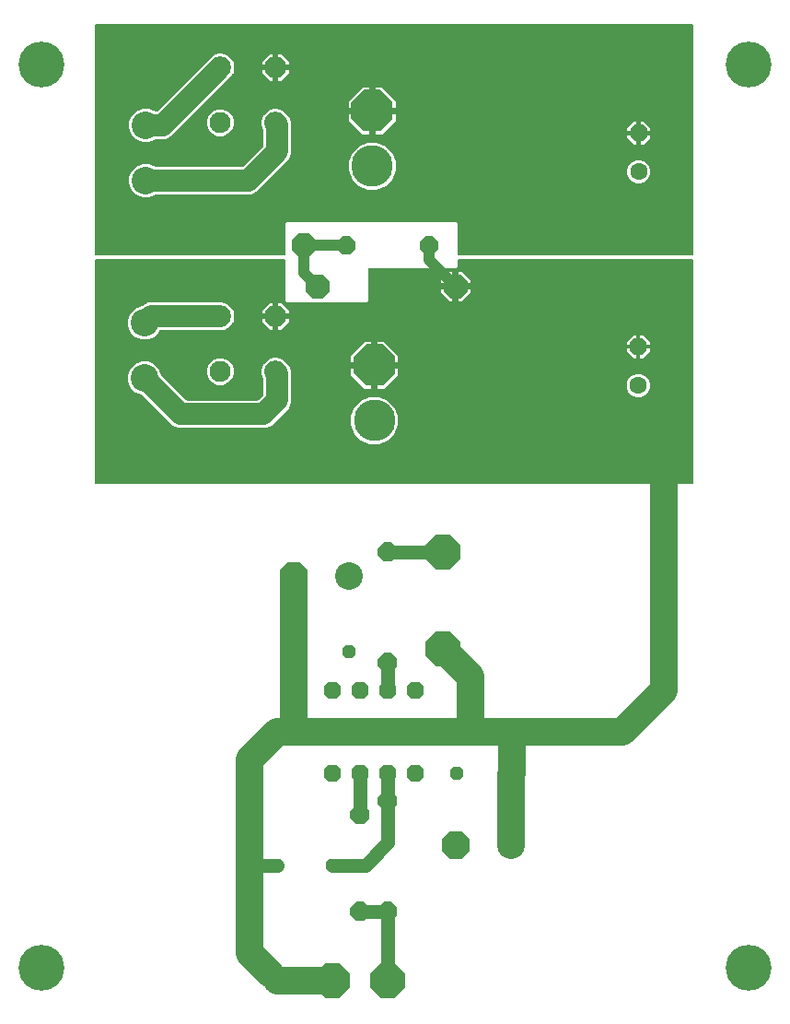
<source format=gbr>
G04 EAGLE Gerber X2 export*
%TF.Part,Single*%
%TF.FileFunction,Copper,L2,Bot,Mixed*%
%TF.FilePolarity,Positive*%
%TF.GenerationSoftware,Autodesk,EAGLE,9.0.1*%
%TF.CreationDate,2018-08-29T03:15:35Z*%
G75*
%MOMM*%
%FSLAX34Y34*%
%LPD*%
%AMOC8*
5,1,8,0,0,1.08239X$1,22.5*%
G01*
%ADD10C,3.810000*%
%ADD11P,4.123906X8X112.500000*%
%ADD12P,1.732040X8X112.500000*%
%ADD13C,1.600200*%
%ADD14C,2.540000*%
%ADD15C,1.930400*%
%ADD16P,2.089446X8X112.500000*%
%ADD17P,2.364373X8X22.500000*%
%ADD18P,1.814519X8X202.500000*%
%ADD19P,2.336880X8X292.500000*%
%ADD20P,1.732040X8X22.500000*%
%ADD21P,1.924489X8X292.500000*%
%ADD22P,1.924489X8X202.500000*%
%ADD23P,3.409096X8X22.500000*%
%ADD24P,1.319650X8X22.500000*%
%ADD25P,2.749271X8X202.500000*%
%ADD26P,1.319650X8X202.500000*%
%ADD27C,2.000000*%
%ADD28C,4.216000*%
%ADD29C,0.904800*%
%ADD30C,1.016000*%
%ADD31C,1.270000*%
%ADD32C,2.540000*%

G36*
X272695Y704435D02*
X272695Y704435D01*
X272721Y704433D01*
X272868Y704455D01*
X273015Y704472D01*
X273040Y704480D01*
X273066Y704484D01*
X273204Y704539D01*
X273343Y704589D01*
X273365Y704603D01*
X273390Y704613D01*
X273511Y704697D01*
X273636Y704778D01*
X273654Y704797D01*
X273676Y704812D01*
X273775Y704922D01*
X273878Y705029D01*
X273892Y705051D01*
X273909Y705071D01*
X273981Y705201D01*
X274057Y705328D01*
X274065Y705353D01*
X274078Y705376D01*
X274118Y705519D01*
X274163Y705660D01*
X274165Y705686D01*
X274173Y705711D01*
X274192Y705955D01*
X274192Y734267D01*
X275383Y735458D01*
X431367Y735458D01*
X432558Y734267D01*
X432558Y705955D01*
X432561Y705929D01*
X432559Y705903D01*
X432581Y705756D01*
X432598Y705609D01*
X432606Y705584D01*
X432610Y705558D01*
X432665Y705420D01*
X432715Y705281D01*
X432729Y705259D01*
X432739Y705234D01*
X432824Y705113D01*
X432904Y704988D01*
X432923Y704970D01*
X432938Y704948D01*
X433048Y704849D01*
X433155Y704746D01*
X433177Y704732D01*
X433197Y704715D01*
X433327Y704643D01*
X433454Y704567D01*
X433479Y704559D01*
X433502Y704546D01*
X433645Y704506D01*
X433786Y704461D01*
X433812Y704458D01*
X433837Y704451D01*
X434081Y704432D01*
X647924Y704432D01*
X647950Y704435D01*
X647976Y704433D01*
X648123Y704455D01*
X648270Y704472D01*
X648294Y704480D01*
X648320Y704484D01*
X648458Y704539D01*
X648598Y704589D01*
X648620Y704603D01*
X648644Y704613D01*
X648766Y704697D01*
X648891Y704778D01*
X648909Y704797D01*
X648930Y704812D01*
X649030Y704922D01*
X649133Y705029D01*
X649146Y705051D01*
X649164Y705071D01*
X649236Y705201D01*
X649312Y705328D01*
X649320Y705353D01*
X649332Y705376D01*
X649373Y705519D01*
X649418Y705660D01*
X649420Y705686D01*
X649427Y705711D01*
X649447Y705955D01*
X649447Y915505D01*
X649444Y915531D01*
X649446Y915557D01*
X649424Y915704D01*
X649407Y915851D01*
X649398Y915876D01*
X649394Y915902D01*
X649339Y916040D01*
X649289Y916179D01*
X649275Y916201D01*
X649266Y916226D01*
X649181Y916347D01*
X649100Y916472D01*
X649082Y916490D01*
X649067Y916512D01*
X648957Y916611D01*
X648850Y916714D01*
X648827Y916728D01*
X648808Y916745D01*
X648678Y916817D01*
X648551Y916893D01*
X648526Y916901D01*
X648503Y916914D01*
X648360Y916954D01*
X648219Y916999D01*
X648193Y917001D01*
X648167Y917009D01*
X647924Y917028D01*
X99924Y917028D01*
X99897Y917025D01*
X99871Y917027D01*
X99725Y917005D01*
X99577Y916988D01*
X99553Y916979D01*
X99527Y916976D01*
X99389Y916921D01*
X99249Y916871D01*
X99227Y916857D01*
X99203Y916847D01*
X99081Y916762D01*
X98956Y916682D01*
X98938Y916663D01*
X98917Y916648D01*
X98818Y916538D01*
X98714Y916431D01*
X98701Y916409D01*
X98683Y916389D01*
X98612Y916259D01*
X98535Y916132D01*
X98527Y916107D01*
X98515Y916084D01*
X98474Y915941D01*
X98429Y915800D01*
X98427Y915774D01*
X98420Y915749D01*
X98400Y915505D01*
X98400Y705955D01*
X98403Y705929D01*
X98401Y705903D01*
X98423Y705756D01*
X98440Y705609D01*
X98449Y705584D01*
X98453Y705558D01*
X98508Y705420D01*
X98558Y705281D01*
X98572Y705259D01*
X98582Y705234D01*
X98666Y705113D01*
X98747Y704988D01*
X98766Y704970D01*
X98781Y704948D01*
X98890Y704849D01*
X98997Y704746D01*
X99020Y704732D01*
X99039Y704715D01*
X99169Y704643D01*
X99296Y704567D01*
X99321Y704559D01*
X99344Y704546D01*
X99487Y704506D01*
X99628Y704461D01*
X99655Y704458D01*
X99680Y704451D01*
X99924Y704432D01*
X272669Y704432D01*
X272695Y704435D01*
G37*
G36*
X647950Y494885D02*
X647950Y494885D01*
X647976Y494883D01*
X648123Y494905D01*
X648270Y494922D01*
X648294Y494930D01*
X648320Y494934D01*
X648458Y494989D01*
X648598Y495039D01*
X648620Y495053D01*
X648644Y495063D01*
X648766Y495147D01*
X648891Y495228D01*
X648909Y495247D01*
X648930Y495262D01*
X649030Y495372D01*
X649133Y495479D01*
X649146Y495501D01*
X649164Y495521D01*
X649236Y495651D01*
X649312Y495778D01*
X649320Y495803D01*
X649332Y495826D01*
X649373Y495969D01*
X649418Y496110D01*
X649420Y496136D01*
X649427Y496161D01*
X649447Y496405D01*
X649447Y699605D01*
X649444Y699631D01*
X649446Y699657D01*
X649424Y699804D01*
X649407Y699951D01*
X649398Y699976D01*
X649394Y700002D01*
X649339Y700140D01*
X649289Y700279D01*
X649275Y700301D01*
X649266Y700326D01*
X649181Y700447D01*
X649100Y700572D01*
X649082Y700590D01*
X649067Y700612D01*
X648957Y700711D01*
X648850Y700814D01*
X648827Y700828D01*
X648808Y700845D01*
X648678Y700917D01*
X648551Y700993D01*
X648526Y701001D01*
X648503Y701014D01*
X648360Y701054D01*
X648219Y701099D01*
X648193Y701101D01*
X648167Y701109D01*
X647924Y701128D01*
X434081Y701128D01*
X434055Y701125D01*
X434029Y701127D01*
X433882Y701105D01*
X433735Y701088D01*
X433710Y701079D01*
X433684Y701076D01*
X433546Y701021D01*
X433407Y700971D01*
X433385Y700957D01*
X433360Y700947D01*
X433239Y700862D01*
X433114Y700782D01*
X433096Y700763D01*
X433074Y700748D01*
X432975Y700638D01*
X432872Y700531D01*
X432858Y700509D01*
X432841Y700489D01*
X432769Y700359D01*
X432693Y700232D01*
X432685Y700207D01*
X432672Y700184D01*
X432632Y700041D01*
X432587Y699900D01*
X432585Y699874D01*
X432577Y699849D01*
X432558Y699605D01*
X432558Y694483D01*
X431367Y693292D01*
X351531Y693292D01*
X351505Y693289D01*
X351479Y693291D01*
X351332Y693269D01*
X351185Y693252D01*
X351160Y693244D01*
X351134Y693240D01*
X350996Y693185D01*
X350857Y693135D01*
X350835Y693121D01*
X350810Y693111D01*
X350689Y693026D01*
X350564Y692946D01*
X350546Y692927D01*
X350524Y692912D01*
X350425Y692802D01*
X350322Y692695D01*
X350308Y692673D01*
X350291Y692653D01*
X350219Y692523D01*
X350143Y692396D01*
X350135Y692371D01*
X350122Y692348D01*
X350082Y692205D01*
X350037Y692064D01*
X350035Y692038D01*
X350027Y692013D01*
X350008Y691769D01*
X350008Y662733D01*
X348817Y661542D01*
X275383Y661542D01*
X274192Y662733D01*
X274192Y699605D01*
X274189Y699631D01*
X274191Y699657D01*
X274169Y699804D01*
X274152Y699951D01*
X274144Y699976D01*
X274140Y700002D01*
X274085Y700140D01*
X274035Y700279D01*
X274021Y700301D01*
X274011Y700326D01*
X273926Y700447D01*
X273846Y700572D01*
X273827Y700590D01*
X273812Y700612D01*
X273702Y700711D01*
X273595Y700814D01*
X273573Y700828D01*
X273553Y700845D01*
X273423Y700917D01*
X273296Y700993D01*
X273271Y701001D01*
X273248Y701014D01*
X273105Y701054D01*
X272964Y701099D01*
X272938Y701101D01*
X272913Y701109D01*
X272669Y701128D01*
X99924Y701128D01*
X99897Y701125D01*
X99871Y701127D01*
X99725Y701105D01*
X99577Y701088D01*
X99553Y701079D01*
X99527Y701076D01*
X99389Y701021D01*
X99249Y700971D01*
X99227Y700957D01*
X99203Y700947D01*
X99081Y700862D01*
X98956Y700782D01*
X98938Y700763D01*
X98917Y700748D01*
X98818Y700638D01*
X98714Y700531D01*
X98701Y700509D01*
X98683Y700489D01*
X98612Y700359D01*
X98535Y700232D01*
X98527Y700207D01*
X98515Y700184D01*
X98474Y700041D01*
X98429Y699900D01*
X98427Y699874D01*
X98420Y699849D01*
X98400Y699605D01*
X98400Y496405D01*
X98403Y496379D01*
X98401Y496353D01*
X98423Y496206D01*
X98440Y496059D01*
X98449Y496034D01*
X98453Y496008D01*
X98508Y495870D01*
X98558Y495731D01*
X98572Y495709D01*
X98582Y495684D01*
X98666Y495563D01*
X98747Y495438D01*
X98766Y495420D01*
X98781Y495398D01*
X98890Y495299D01*
X98997Y495196D01*
X99020Y495182D01*
X99039Y495165D01*
X99169Y495093D01*
X99296Y495017D01*
X99321Y495009D01*
X99344Y494996D01*
X99487Y494956D01*
X99628Y494911D01*
X99655Y494908D01*
X99680Y494901D01*
X99924Y494882D01*
X647924Y494882D01*
X647950Y494885D01*
G37*
%LPC*%
G36*
X175306Y546259D02*
X175306Y546259D01*
X170696Y548169D01*
X142686Y576179D01*
X142587Y576258D01*
X142493Y576342D01*
X142451Y576366D01*
X142413Y576396D01*
X142299Y576450D01*
X142188Y576511D01*
X142141Y576524D01*
X142098Y576545D01*
X141974Y576571D01*
X141852Y576606D01*
X141792Y576610D01*
X141757Y576618D01*
X141709Y576617D01*
X141609Y576625D01*
X141592Y576625D01*
X135990Y578945D01*
X131703Y583233D01*
X129383Y588834D01*
X129383Y594897D01*
X131703Y600499D01*
X135990Y604786D01*
X141592Y607107D01*
X147655Y607107D01*
X153257Y604786D01*
X157544Y600499D01*
X159888Y594839D01*
X159899Y594804D01*
X159904Y594756D01*
X159947Y594637D01*
X159982Y594515D01*
X160005Y594473D01*
X160022Y594428D01*
X160090Y594321D01*
X160152Y594211D01*
X160191Y594165D01*
X160211Y594135D01*
X160245Y594101D01*
X160310Y594025D01*
X182548Y571787D01*
X182647Y571708D01*
X182741Y571624D01*
X182784Y571600D01*
X182821Y571570D01*
X182936Y571516D01*
X183046Y571455D01*
X183093Y571442D01*
X183136Y571421D01*
X183260Y571395D01*
X183382Y571360D01*
X183442Y571355D01*
X183477Y571348D01*
X183525Y571349D01*
X183625Y571341D01*
X248175Y571341D01*
X248300Y571355D01*
X248426Y571362D01*
X248473Y571375D01*
X248521Y571381D01*
X248640Y571423D01*
X248761Y571458D01*
X248803Y571482D01*
X248849Y571498D01*
X248955Y571567D01*
X249065Y571628D01*
X249112Y571668D01*
X249142Y571687D01*
X249175Y571722D01*
X249252Y571787D01*
X253713Y576248D01*
X253792Y576347D01*
X253876Y576441D01*
X253900Y576484D01*
X253930Y576521D01*
X253984Y576636D01*
X254045Y576746D01*
X254058Y576793D01*
X254079Y576836D01*
X254105Y576960D01*
X254140Y577082D01*
X254145Y577142D01*
X254152Y577177D01*
X254151Y577225D01*
X254159Y577325D01*
X254159Y590995D01*
X254145Y591121D01*
X254138Y591247D01*
X254125Y591293D01*
X254119Y591341D01*
X254077Y591460D01*
X254042Y591582D01*
X254018Y591624D01*
X254002Y591670D01*
X253933Y591776D01*
X253872Y591886D01*
X253832Y591932D01*
X253813Y591962D01*
X253778Y591996D01*
X253713Y592072D01*
X252831Y592955D01*
X252831Y594367D01*
X252831Y594369D01*
X252831Y594371D01*
X252810Y594547D01*
X252791Y594713D01*
X252790Y594715D01*
X252790Y594717D01*
X252715Y594950D01*
X252483Y595510D01*
X252483Y600499D01*
X252715Y601060D01*
X252715Y601062D01*
X252716Y601063D01*
X252763Y601228D01*
X252811Y601395D01*
X252811Y601397D01*
X252811Y601399D01*
X252831Y601643D01*
X252831Y603055D01*
X253830Y604054D01*
X253831Y604056D01*
X253833Y604057D01*
X253938Y604191D01*
X254046Y604327D01*
X254047Y604329D01*
X254049Y604331D01*
X254160Y604548D01*
X254392Y605109D01*
X257920Y608636D01*
X258480Y608868D01*
X258482Y608869D01*
X258484Y608870D01*
X258635Y608954D01*
X258785Y609038D01*
X258786Y609039D01*
X258788Y609040D01*
X258974Y609199D01*
X259973Y610198D01*
X261386Y610198D01*
X261388Y610198D01*
X261390Y610198D01*
X261566Y610218D01*
X261732Y610238D01*
X261734Y610238D01*
X261736Y610238D01*
X261969Y610314D01*
X262529Y610546D01*
X267518Y610546D01*
X268078Y610314D01*
X268080Y610313D01*
X268082Y610312D01*
X268247Y610265D01*
X268413Y610218D01*
X268416Y610218D01*
X268417Y610217D01*
X268661Y610198D01*
X270074Y610198D01*
X271073Y609199D01*
X271075Y609197D01*
X271076Y609196D01*
X271209Y609090D01*
X271346Y608982D01*
X271348Y608981D01*
X271349Y608980D01*
X271567Y608868D01*
X272127Y608636D01*
X277331Y603432D01*
X279241Y598823D01*
X279241Y569006D01*
X277331Y564396D01*
X261104Y548169D01*
X256494Y546259D01*
X175306Y546259D01*
G37*
%LPD*%
%LPC*%
G36*
X142608Y758235D02*
X142608Y758235D01*
X137006Y760555D01*
X132719Y764843D01*
X130399Y770444D01*
X130399Y776507D01*
X132719Y782109D01*
X137006Y786396D01*
X142608Y788717D01*
X148671Y788717D01*
X154308Y786382D01*
X154399Y786300D01*
X154442Y786276D01*
X154479Y786246D01*
X154594Y786192D01*
X154704Y786131D01*
X154751Y786118D01*
X154794Y786097D01*
X154918Y786071D01*
X155040Y786036D01*
X155100Y786031D01*
X155135Y786024D01*
X155183Y786025D01*
X155283Y786017D01*
X234250Y786017D01*
X234376Y786031D01*
X234502Y786038D01*
X234549Y786051D01*
X234597Y786057D01*
X234716Y786099D01*
X234837Y786134D01*
X234879Y786158D01*
X234925Y786174D01*
X235031Y786243D01*
X235141Y786304D01*
X235188Y786344D01*
X235218Y786363D01*
X235251Y786398D01*
X235328Y786463D01*
X253713Y804848D01*
X253792Y804947D01*
X253876Y805041D01*
X253900Y805084D01*
X253930Y805121D01*
X253984Y805236D01*
X254045Y805346D01*
X254058Y805393D01*
X254079Y805436D01*
X254105Y805560D01*
X254140Y805682D01*
X254145Y805742D01*
X254152Y805777D01*
X254151Y805825D01*
X254159Y805925D01*
X254159Y819595D01*
X254145Y819721D01*
X254138Y819847D01*
X254125Y819893D01*
X254119Y819941D01*
X254077Y820060D01*
X254042Y820182D01*
X254018Y820224D01*
X254002Y820269D01*
X253933Y820376D01*
X253872Y820486D01*
X253832Y820532D01*
X253813Y820562D01*
X253778Y820596D01*
X253713Y820672D01*
X252831Y821555D01*
X252831Y822967D01*
X252831Y822969D01*
X252831Y822971D01*
X252811Y823142D01*
X252791Y823313D01*
X252790Y823315D01*
X252790Y823317D01*
X252715Y823550D01*
X252483Y824110D01*
X252483Y829099D01*
X252715Y829660D01*
X252715Y829662D01*
X252716Y829663D01*
X252764Y829831D01*
X252811Y829995D01*
X252811Y829997D01*
X252811Y829999D01*
X252831Y830243D01*
X252831Y831655D01*
X253830Y832654D01*
X253831Y832656D01*
X253833Y832657D01*
X253940Y832794D01*
X254046Y832927D01*
X254047Y832929D01*
X254049Y832931D01*
X254160Y833148D01*
X254392Y833709D01*
X257920Y837236D01*
X258480Y837468D01*
X258482Y837469D01*
X258484Y837470D01*
X258634Y837554D01*
X258785Y837638D01*
X258786Y837639D01*
X258788Y837640D01*
X258974Y837799D01*
X259973Y838798D01*
X261386Y838798D01*
X261388Y838798D01*
X261390Y838798D01*
X261561Y838818D01*
X261732Y838838D01*
X261734Y838838D01*
X261736Y838838D01*
X261969Y838914D01*
X262529Y839146D01*
X267518Y839146D01*
X268078Y838914D01*
X268080Y838913D01*
X268082Y838912D01*
X268249Y838865D01*
X268413Y838818D01*
X268415Y838818D01*
X268417Y838817D01*
X268661Y838798D01*
X270074Y838798D01*
X271073Y837799D01*
X271075Y837797D01*
X271076Y837796D01*
X271212Y837688D01*
X271346Y837582D01*
X271348Y837581D01*
X271349Y837580D01*
X271567Y837468D01*
X272127Y837236D01*
X277331Y832032D01*
X279241Y827423D01*
X279241Y797606D01*
X277331Y792996D01*
X247180Y762844D01*
X242570Y760935D01*
X155283Y760935D01*
X155158Y760921D01*
X155032Y760914D01*
X154985Y760901D01*
X154937Y760895D01*
X154818Y760853D01*
X154697Y760818D01*
X154655Y760794D01*
X154609Y760778D01*
X154503Y760709D01*
X154393Y760648D01*
X154346Y760608D01*
X154316Y760589D01*
X154292Y760563D01*
X148671Y758235D01*
X142608Y758235D01*
G37*
%LPD*%
%LPC*%
G36*
X142608Y809035D02*
X142608Y809035D01*
X137006Y811355D01*
X132719Y815643D01*
X130399Y821244D01*
X130399Y827307D01*
X132719Y832909D01*
X137006Y837196D01*
X142608Y839517D01*
X148671Y839517D01*
X154306Y837183D01*
X154356Y837145D01*
X154472Y837053D01*
X154496Y837042D01*
X154517Y837027D01*
X154653Y836968D01*
X154787Y836904D01*
X154813Y836899D01*
X154837Y836889D01*
X154983Y836862D01*
X155128Y836831D01*
X155154Y836831D01*
X155180Y836827D01*
X155328Y836834D01*
X155476Y836837D01*
X155502Y836843D01*
X155528Y836845D01*
X155670Y836886D01*
X155814Y836922D01*
X155838Y836934D01*
X155863Y836941D01*
X155992Y837014D01*
X156124Y837082D01*
X156144Y837099D01*
X156167Y837111D01*
X156353Y837270D01*
X207120Y888036D01*
X207680Y888268D01*
X207682Y888269D01*
X207684Y888270D01*
X207835Y888354D01*
X207985Y888438D01*
X207986Y888439D01*
X207988Y888440D01*
X208174Y888599D01*
X209173Y889598D01*
X210586Y889598D01*
X210588Y889598D01*
X210590Y889598D01*
X210761Y889618D01*
X210932Y889638D01*
X210934Y889638D01*
X210936Y889638D01*
X211169Y889714D01*
X211729Y889946D01*
X216718Y889946D01*
X217278Y889714D01*
X217280Y889713D01*
X217282Y889712D01*
X217449Y889665D01*
X217613Y889618D01*
X217615Y889618D01*
X217617Y889617D01*
X217861Y889598D01*
X219274Y889598D01*
X220273Y888599D01*
X220275Y888597D01*
X220276Y888596D01*
X220409Y888490D01*
X220546Y888382D01*
X220548Y888381D01*
X220549Y888380D01*
X220767Y888268D01*
X221327Y888036D01*
X224855Y884509D01*
X225087Y883948D01*
X225088Y883947D01*
X225089Y883945D01*
X225173Y883794D01*
X225256Y883644D01*
X225258Y883642D01*
X225259Y883640D01*
X225417Y883454D01*
X226416Y882455D01*
X226416Y881043D01*
X226417Y881041D01*
X226416Y881038D01*
X226436Y880868D01*
X226456Y880696D01*
X226457Y880694D01*
X226457Y880692D01*
X226532Y880460D01*
X226764Y879899D01*
X226764Y874910D01*
X226532Y874350D01*
X226532Y874348D01*
X226531Y874346D01*
X226483Y874179D01*
X226437Y874015D01*
X226437Y874013D01*
X226436Y874011D01*
X226416Y873767D01*
X226416Y872355D01*
X225417Y871356D01*
X225416Y871354D01*
X225414Y871353D01*
X225309Y871219D01*
X225201Y871083D01*
X225200Y871081D01*
X225199Y871079D01*
X225087Y870861D01*
X224855Y870301D01*
X168198Y813644D01*
X163589Y811735D01*
X155283Y811735D01*
X155158Y811721D01*
X155032Y811714D01*
X154985Y811701D01*
X154937Y811695D01*
X154818Y811653D01*
X154697Y811618D01*
X154655Y811594D01*
X154609Y811578D01*
X154503Y811509D01*
X154393Y811448D01*
X154346Y811408D01*
X154316Y811389D01*
X154292Y811363D01*
X148671Y809035D01*
X142608Y809035D01*
G37*
%LPD*%
%LPC*%
G36*
X141592Y627425D02*
X141592Y627425D01*
X135990Y629745D01*
X131703Y634033D01*
X129383Y639634D01*
X129383Y645697D01*
X131703Y651299D01*
X135990Y655586D01*
X141627Y657921D01*
X141750Y657928D01*
X141796Y657941D01*
X141844Y657947D01*
X141963Y657989D01*
X142085Y658024D01*
X142127Y658048D01*
X142172Y658064D01*
X142279Y658133D01*
X142389Y658194D01*
X142435Y658234D01*
X142465Y658253D01*
X142499Y658288D01*
X142575Y658353D01*
X143659Y659436D01*
X148268Y661346D01*
X216718Y661346D01*
X217278Y661114D01*
X217280Y661113D01*
X217282Y661112D01*
X217449Y661065D01*
X217613Y661018D01*
X217615Y661018D01*
X217617Y661017D01*
X217861Y660998D01*
X219274Y660998D01*
X220273Y659999D01*
X220275Y659997D01*
X220276Y659996D01*
X220412Y659888D01*
X220546Y659782D01*
X220548Y659781D01*
X220549Y659780D01*
X220767Y659668D01*
X221327Y659436D01*
X224855Y655909D01*
X225087Y655348D01*
X225088Y655347D01*
X225089Y655345D01*
X225173Y655194D01*
X225256Y655044D01*
X225258Y655042D01*
X225259Y655041D01*
X225417Y654854D01*
X226416Y653855D01*
X226416Y652443D01*
X226417Y652441D01*
X226416Y652438D01*
X226436Y652268D01*
X226456Y652096D01*
X226457Y652094D01*
X226457Y652092D01*
X226532Y651860D01*
X226764Y651299D01*
X226764Y646310D01*
X226532Y645750D01*
X226532Y645748D01*
X226531Y645746D01*
X226483Y645579D01*
X226437Y645415D01*
X226437Y645413D01*
X226436Y645411D01*
X226416Y645167D01*
X226416Y643755D01*
X225417Y642756D01*
X225416Y642754D01*
X225414Y642753D01*
X225307Y642616D01*
X225201Y642483D01*
X225200Y642481D01*
X225199Y642479D01*
X225087Y642261D01*
X224855Y641701D01*
X221327Y638173D01*
X220767Y637941D01*
X220765Y637940D01*
X220763Y637940D01*
X220728Y637920D01*
X220699Y637910D01*
X220633Y637867D01*
X220611Y637855D01*
X220463Y637772D01*
X220461Y637771D01*
X220459Y637770D01*
X220273Y637611D01*
X219274Y636612D01*
X217861Y636612D01*
X217859Y636612D01*
X217857Y636612D01*
X217686Y636592D01*
X217515Y636572D01*
X217513Y636572D01*
X217511Y636571D01*
X217278Y636496D01*
X216718Y636264D01*
X159486Y636264D01*
X159410Y636255D01*
X159334Y636257D01*
X159238Y636236D01*
X159140Y636224D01*
X159068Y636199D01*
X158993Y636182D01*
X158905Y636140D01*
X158812Y636107D01*
X158748Y636065D01*
X158679Y636032D01*
X158602Y635971D01*
X158519Y635918D01*
X158466Y635863D01*
X158406Y635815D01*
X158345Y635738D01*
X158277Y635667D01*
X158238Y635602D01*
X158190Y635542D01*
X158122Y635408D01*
X158098Y635368D01*
X158092Y635350D01*
X158079Y635324D01*
X157544Y634033D01*
X153257Y629745D01*
X147655Y627425D01*
X141592Y627425D01*
G37*
%LPD*%
%LPC*%
G36*
X351529Y531329D02*
X351529Y531329D01*
X343593Y534616D01*
X337520Y540690D01*
X334233Y548625D01*
X334233Y557215D01*
X337520Y565150D01*
X343593Y571224D01*
X351529Y574511D01*
X360118Y574511D01*
X368054Y571224D01*
X374127Y565150D01*
X377414Y557215D01*
X377414Y548625D01*
X374127Y540690D01*
X368054Y534616D01*
X360118Y531329D01*
X351529Y531329D01*
G37*
%LPD*%
%LPC*%
G36*
X349624Y765009D02*
X349624Y765009D01*
X341688Y768296D01*
X335615Y774370D01*
X332328Y782305D01*
X332328Y790895D01*
X335615Y798830D01*
X341688Y804904D01*
X349624Y808191D01*
X358213Y808191D01*
X366149Y804904D01*
X372222Y798830D01*
X375509Y790895D01*
X375509Y782305D01*
X372222Y774370D01*
X366149Y768296D01*
X358213Y765009D01*
X349624Y765009D01*
G37*
%LPD*%
%LPC*%
G36*
X211798Y585812D02*
X211798Y585812D01*
X207317Y587668D01*
X203887Y591098D01*
X202031Y595580D01*
X202031Y600430D01*
X203887Y604912D01*
X207317Y608341D01*
X211798Y610198D01*
X216649Y610198D01*
X221130Y608341D01*
X224560Y604912D01*
X226416Y600430D01*
X226416Y595580D01*
X224560Y591098D01*
X221130Y587668D01*
X216649Y585812D01*
X211798Y585812D01*
G37*
%LPD*%
%LPC*%
G36*
X211798Y814412D02*
X211798Y814412D01*
X207317Y816268D01*
X203887Y819698D01*
X202031Y824180D01*
X202031Y829030D01*
X203887Y833512D01*
X207317Y836941D01*
X211798Y838798D01*
X216649Y838798D01*
X221130Y836941D01*
X224560Y833512D01*
X226416Y829030D01*
X226416Y824180D01*
X224560Y819698D01*
X221130Y816268D01*
X216649Y814412D01*
X211798Y814412D01*
G37*
%LPD*%
%LPC*%
G36*
X596932Y770978D02*
X596932Y770978D01*
X593057Y772583D01*
X590092Y775548D01*
X588487Y779423D01*
X588487Y783617D01*
X590092Y787491D01*
X593057Y790457D01*
X596932Y792062D01*
X601125Y792062D01*
X605000Y790457D01*
X607965Y787491D01*
X609570Y783617D01*
X609570Y779423D01*
X607965Y775548D01*
X605000Y772583D01*
X601125Y770978D01*
X596932Y770978D01*
G37*
%LPD*%
%LPC*%
G36*
X596297Y574763D02*
X596297Y574763D01*
X592422Y576368D01*
X589457Y579333D01*
X587852Y583208D01*
X587852Y587402D01*
X589457Y591276D01*
X592422Y594242D01*
X596297Y595847D01*
X600490Y595847D01*
X604365Y594242D01*
X607330Y591276D01*
X608935Y587402D01*
X608935Y583208D01*
X607330Y579333D01*
X604365Y576368D01*
X600490Y574763D01*
X596297Y574763D01*
G37*
%LPD*%
%LPC*%
G36*
X358871Y606767D02*
X358871Y606767D01*
X358871Y625311D01*
X364767Y625311D01*
X377414Y612663D01*
X377414Y606767D01*
X358871Y606767D01*
G37*
%LPD*%
%LPC*%
G36*
X356966Y840447D02*
X356966Y840447D01*
X356966Y858991D01*
X362862Y858991D01*
X375509Y846343D01*
X375509Y840447D01*
X356966Y840447D01*
G37*
%LPD*%
%LPC*%
G36*
X332328Y840447D02*
X332328Y840447D01*
X332328Y846343D01*
X344975Y858991D01*
X350871Y858991D01*
X350871Y840447D01*
X332328Y840447D01*
G37*
%LPD*%
%LPC*%
G36*
X334233Y606767D02*
X334233Y606767D01*
X334233Y612663D01*
X346880Y625311D01*
X352776Y625311D01*
X352776Y606767D01*
X334233Y606767D01*
G37*
%LPD*%
%LPC*%
G36*
X358871Y582129D02*
X358871Y582129D01*
X358871Y600673D01*
X377414Y600673D01*
X377414Y594777D01*
X364767Y582129D01*
X358871Y582129D01*
G37*
%LPD*%
%LPC*%
G36*
X356966Y815809D02*
X356966Y815809D01*
X356966Y834353D01*
X375509Y834353D01*
X375509Y828457D01*
X362862Y815809D01*
X356966Y815809D01*
G37*
%LPD*%
%LPC*%
G36*
X344975Y815809D02*
X344975Y815809D01*
X332328Y828457D01*
X332328Y834353D01*
X350871Y834353D01*
X350871Y815809D01*
X344975Y815809D01*
G37*
%LPD*%
%LPC*%
G36*
X346880Y582129D02*
X346880Y582129D01*
X334233Y594777D01*
X334233Y600673D01*
X352776Y600673D01*
X352776Y582129D01*
X346880Y582129D01*
G37*
%LPD*%
%LPC*%
G36*
X433524Y679274D02*
X433524Y679274D01*
X433524Y689738D01*
X436101Y689738D01*
X443988Y681851D01*
X443988Y679274D01*
X433524Y679274D01*
G37*
%LPD*%
%LPC*%
G36*
X417062Y679274D02*
X417062Y679274D01*
X417062Y681851D01*
X424949Y689738D01*
X427526Y689738D01*
X427526Y679274D01*
X417062Y679274D01*
G37*
%LPD*%
%LPC*%
G36*
X433524Y662812D02*
X433524Y662812D01*
X433524Y673276D01*
X443988Y673276D01*
X443988Y670699D01*
X436101Y662812D01*
X433524Y662812D01*
G37*
%LPD*%
%LPC*%
G36*
X424949Y662812D02*
X424949Y662812D01*
X417062Y670699D01*
X417062Y673276D01*
X427526Y673276D01*
X427526Y662812D01*
X424949Y662812D01*
G37*
%LPD*%
%LPC*%
G36*
X267563Y651344D02*
X267563Y651344D01*
X267563Y660998D01*
X270074Y660998D01*
X277216Y653855D01*
X277216Y651344D01*
X267563Y651344D01*
G37*
%LPD*%
%LPC*%
G36*
X267563Y879944D02*
X267563Y879944D01*
X267563Y889598D01*
X270074Y889598D01*
X277216Y882455D01*
X277216Y879944D01*
X267563Y879944D01*
G37*
%LPD*%
%LPC*%
G36*
X252831Y651344D02*
X252831Y651344D01*
X252831Y653855D01*
X259973Y660998D01*
X262484Y660998D01*
X262484Y651344D01*
X252831Y651344D01*
G37*
%LPD*%
%LPC*%
G36*
X252831Y879944D02*
X252831Y879944D01*
X252831Y882455D01*
X259973Y889598D01*
X262484Y889598D01*
X262484Y879944D01*
X252831Y879944D01*
G37*
%LPD*%
%LPC*%
G36*
X267563Y636612D02*
X267563Y636612D01*
X267563Y646266D01*
X277216Y646266D01*
X277216Y643755D01*
X270074Y636612D01*
X267563Y636612D01*
G37*
%LPD*%
%LPC*%
G36*
X267563Y865212D02*
X267563Y865212D01*
X267563Y874866D01*
X277216Y874866D01*
X277216Y872355D01*
X270074Y865212D01*
X267563Y865212D01*
G37*
%LPD*%
%LPC*%
G36*
X259973Y636612D02*
X259973Y636612D01*
X252831Y643755D01*
X252831Y646266D01*
X262484Y646266D01*
X262484Y636612D01*
X259973Y636612D01*
G37*
%LPD*%
%LPC*%
G36*
X259973Y865212D02*
X259973Y865212D01*
X252831Y872355D01*
X252831Y874866D01*
X262484Y874866D01*
X262484Y865212D01*
X259973Y865212D01*
G37*
%LPD*%
%LPC*%
G36*
X600425Y622896D02*
X600425Y622896D01*
X600425Y631407D01*
X602760Y631407D01*
X608935Y625231D01*
X608935Y622896D01*
X600425Y622896D01*
G37*
%LPD*%
%LPC*%
G36*
X601060Y819111D02*
X601060Y819111D01*
X601060Y827622D01*
X603395Y827622D01*
X609570Y821446D01*
X609570Y819111D01*
X601060Y819111D01*
G37*
%LPD*%
%LPC*%
G36*
X587852Y622896D02*
X587852Y622896D01*
X587852Y625231D01*
X594027Y631407D01*
X596362Y631407D01*
X596362Y622896D01*
X587852Y622896D01*
G37*
%LPD*%
%LPC*%
G36*
X588487Y819111D02*
X588487Y819111D01*
X588487Y821446D01*
X594662Y827622D01*
X596997Y827622D01*
X596997Y819111D01*
X588487Y819111D01*
G37*
%LPD*%
%LPC*%
G36*
X600425Y610323D02*
X600425Y610323D01*
X600425Y618834D01*
X608935Y618834D01*
X608935Y616498D01*
X602760Y610323D01*
X600425Y610323D01*
G37*
%LPD*%
%LPC*%
G36*
X601060Y806538D02*
X601060Y806538D01*
X601060Y815049D01*
X609570Y815049D01*
X609570Y812713D01*
X603395Y806538D01*
X601060Y806538D01*
G37*
%LPD*%
%LPC*%
G36*
X594662Y806538D02*
X594662Y806538D01*
X588487Y812713D01*
X588487Y815049D01*
X596997Y815049D01*
X596997Y806538D01*
X594662Y806538D01*
G37*
%LPD*%
%LPC*%
G36*
X594027Y610323D02*
X594027Y610323D01*
X587852Y616498D01*
X587852Y618834D01*
X596362Y618834D01*
X596362Y610323D01*
X594027Y610323D01*
G37*
%LPD*%
%LPC*%
G36*
X353918Y837399D02*
X353918Y837399D01*
X353918Y837401D01*
X353919Y837401D01*
X353919Y837399D01*
X353918Y837399D01*
G37*
%LPD*%
%LPC*%
G36*
X355823Y603719D02*
X355823Y603719D01*
X355823Y603721D01*
X355824Y603721D01*
X355824Y603719D01*
X355823Y603719D01*
G37*
%LPD*%
D10*
X353919Y786600D03*
D11*
X353919Y837400D03*
D10*
X355824Y552920D03*
D11*
X355824Y603720D03*
D12*
X599029Y817080D03*
D13*
X599029Y781520D03*
D12*
X598394Y620865D03*
D13*
X598394Y585305D03*
D14*
X145640Y824276D03*
X145640Y773476D03*
X144624Y642666D03*
X144624Y591866D03*
D15*
X214224Y826605D03*
D16*
X214224Y877405D03*
X265024Y877405D03*
X265024Y826605D03*
D15*
X214224Y598005D03*
D16*
X214224Y648805D03*
X265024Y648805D03*
X265024Y598005D03*
D17*
X303525Y676275D03*
X430525Y676275D03*
D18*
X406395Y714375D03*
X330195Y714375D03*
D19*
X290825Y714375D03*
D20*
X317500Y228600D03*
X342900Y228600D03*
X393700Y304800D03*
X368300Y304800D03*
X368300Y228600D03*
X393700Y228600D03*
X342900Y304800D03*
X317500Y304800D03*
D21*
X368300Y203200D03*
X368300Y101600D03*
D22*
X342900Y190500D03*
X241300Y190500D03*
D21*
X368300Y431800D03*
X368300Y330200D03*
D22*
X342900Y101600D03*
X241300Y101600D03*
D23*
X368300Y38100D03*
X317500Y38100D03*
X419100Y431800D03*
X419100Y342900D03*
D24*
X266700Y144300D03*
X317500Y144300D03*
D14*
X332600Y410300D03*
D25*
X281800Y410300D03*
D14*
X481900Y162600D03*
D25*
X431100Y162600D03*
D24*
X281300Y341000D03*
X332100Y341000D03*
D26*
X482600Y228600D03*
X431800Y228600D03*
D27*
X240076Y773476D02*
X145640Y773476D01*
X240076Y773476D02*
X266700Y800100D01*
X266700Y824929D01*
X265024Y826605D01*
X161095Y824276D02*
X145640Y824276D01*
X161095Y824276D02*
X214224Y877405D01*
D28*
X50000Y50000D03*
X700000Y50000D03*
X50000Y880000D03*
X700000Y880000D03*
D27*
X214224Y648805D02*
X150763Y648805D01*
X144624Y642666D01*
X144624Y591866D02*
X144734Y591866D01*
X177800Y558800D01*
X254000Y558800D01*
X266700Y571500D01*
X266700Y596329D01*
X265024Y598005D01*
D29*
X470695Y607924D03*
X470695Y595224D03*
X457424Y515455D03*
X482824Y515455D03*
X482824Y540855D03*
X463774Y655155D03*
X539974Y655155D03*
X539974Y680555D03*
X565374Y680555D03*
X565374Y655155D03*
X483395Y595224D03*
X482824Y655155D03*
X482824Y680555D03*
X463774Y680555D03*
X438374Y655155D03*
X412974Y655155D03*
X387574Y655155D03*
X362174Y655155D03*
X387574Y629755D03*
X412974Y629755D03*
X432024Y515455D03*
X406624Y515455D03*
X381224Y515455D03*
X508224Y515455D03*
X584424Y515455D03*
X584424Y540855D03*
X609824Y540855D03*
X609824Y515455D03*
X635224Y515455D03*
X635224Y540855D03*
X590774Y655155D03*
X616174Y655155D03*
X483395Y607924D03*
D30*
X406395Y700405D02*
X406395Y714375D01*
X406395Y700405D02*
X430525Y676275D01*
X482600Y228600D02*
X481900Y227900D01*
D31*
X266700Y38100D02*
X260350Y44450D01*
X281300Y341000D02*
X281800Y341500D01*
X241300Y139700D02*
X241300Y101600D01*
X241300Y139700D02*
X241300Y190500D01*
X245900Y144300D02*
X266700Y144300D01*
X245900Y144300D02*
X241300Y139700D01*
D32*
X584200Y266700D02*
X622300Y304800D01*
X279400Y266700D02*
X266700Y266700D01*
X279400Y266700D02*
X444500Y266700D01*
X482600Y266700D01*
X584200Y266700D01*
X481900Y227900D02*
X481900Y162600D01*
X482600Y228600D02*
X482600Y266700D01*
X281300Y268600D02*
X281300Y341000D01*
X281300Y268600D02*
X279400Y266700D01*
X281300Y409800D02*
X281800Y410300D01*
X281300Y409800D02*
X281300Y341000D01*
X609824Y515455D02*
X617279Y508000D01*
X622300Y508000D01*
X622300Y304800D01*
X266700Y266700D02*
X241300Y241300D01*
X241300Y190500D01*
X241300Y101600D01*
X241300Y63500D01*
X260350Y44450D01*
X266700Y38100D02*
X317500Y38100D01*
X444500Y266700D02*
X444500Y317500D01*
X419100Y342900D01*
X279400Y266700D02*
X279400Y266700D01*
D30*
X290825Y714375D02*
X330195Y714375D01*
X303525Y676275D02*
X290825Y688975D01*
X290825Y714375D01*
D29*
X483395Y836524D03*
X470695Y836524D03*
X470695Y823824D03*
X470124Y896455D03*
X362174Y896455D03*
X412974Y896455D03*
X387574Y896455D03*
X336774Y896455D03*
X482824Y744055D03*
X495524Y896455D03*
X482824Y763105D03*
X520924Y896455D03*
X483395Y823824D03*
X546324Y896455D03*
X571724Y896455D03*
X571724Y871055D03*
X597124Y871055D03*
X597124Y896455D03*
X622524Y896455D03*
X622524Y871055D03*
X444724Y896455D03*
X311374Y896455D03*
X311374Y871055D03*
X336774Y871055D03*
X362174Y871055D03*
X387574Y871055D03*
X412974Y871055D03*
X438374Y871055D03*
D31*
X347500Y144300D02*
X317500Y144300D01*
X347500Y144300D02*
X368300Y165100D01*
X368300Y203200D01*
X368300Y228600D01*
X342900Y228600D02*
X342900Y190500D01*
X368300Y101600D02*
X368300Y38100D01*
X368300Y101600D02*
X342900Y101600D01*
X368300Y304800D02*
X368300Y330200D01*
X368300Y431800D02*
X419100Y431800D01*
M02*

</source>
